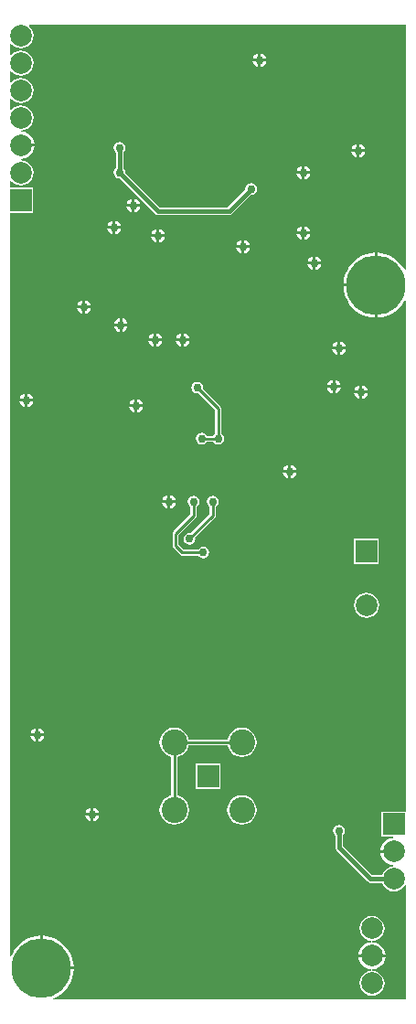
<source format=gbl>
G04*
G04 #@! TF.GenerationSoftware,Altium Limited,Altium Designer,19.1.8 (144)*
G04*
G04 Layer_Physical_Order=2*
G04 Layer_Color=16711680*
%FSLAX25Y25*%
%MOIN*%
G70*
G01*
G75*
%ADD12C,0.01000*%
%ADD13C,0.01500*%
%ADD46R,0.07874X0.07874*%
%ADD47C,0.07874*%
%ADD48R,0.07874X0.07874*%
%ADD49C,0.09449*%
%ADD50C,0.21654*%
%ADD51C,0.03000*%
G36*
X245480Y374674D02*
X244981Y374533D01*
X244098Y375973D01*
X242889Y377389D01*
X241473Y378598D01*
X239886Y379570D01*
X238166Y380283D01*
X236356Y380717D01*
X235000Y380824D01*
Y369000D01*
Y357176D01*
X236356Y357283D01*
X238166Y357717D01*
X239886Y358430D01*
X241473Y359402D01*
X242889Y360611D01*
X244098Y362027D01*
X244981Y363468D01*
X245480Y363327D01*
Y177037D01*
X236463D01*
Y167963D01*
X240841D01*
X240874Y167463D01*
X239711Y167310D01*
X238510Y166813D01*
X237479Y166021D01*
X236687Y164990D01*
X236190Y163789D01*
X236086Y163000D01*
X241000D01*
Y162000D01*
X236086D01*
X236190Y161211D01*
X236687Y160010D01*
X237479Y158979D01*
X238510Y158187D01*
X239711Y157690D01*
X240772Y157550D01*
Y157046D01*
X239816Y156920D01*
X238712Y156463D01*
X237764Y155736D01*
X237037Y154788D01*
X236659Y153876D01*
X233070D01*
X222376Y164570D01*
Y168394D01*
X222514Y168486D01*
X222978Y169181D01*
X223141Y170000D01*
X222978Y170819D01*
X222514Y171514D01*
X221819Y171978D01*
X221000Y172141D01*
X220181Y171978D01*
X219486Y171514D01*
X219022Y170819D01*
X218859Y170000D01*
X219022Y169181D01*
X219486Y168486D01*
X219623Y168394D01*
Y164000D01*
X219728Y163473D01*
X220027Y163027D01*
X231527Y151527D01*
X231527Y151527D01*
X231973Y151228D01*
X232500Y151123D01*
X232500Y151124D01*
X236659D01*
X237037Y150212D01*
X237764Y149264D01*
X238712Y148537D01*
X239816Y148080D01*
X241000Y147924D01*
X242184Y148080D01*
X243288Y148537D01*
X244236Y149264D01*
X244963Y150212D01*
X244981Y150254D01*
X245480Y150154D01*
Y108519D01*
X116995D01*
X116896Y109019D01*
X117886Y109430D01*
X119473Y110402D01*
X120889Y111611D01*
X122098Y113027D01*
X123070Y114614D01*
X123783Y116334D01*
X124217Y118144D01*
X124324Y119500D01*
X112500D01*
Y120000D01*
X112000D01*
Y131824D01*
X110644Y131717D01*
X108834Y131283D01*
X107114Y130570D01*
X105527Y129598D01*
X104111Y128389D01*
X102902Y126973D01*
X101930Y125386D01*
X101520Y124396D01*
X101020Y124495D01*
Y395463D01*
X109537D01*
Y404537D01*
X101020D01*
Y406913D01*
X101520Y407083D01*
X101764Y406764D01*
X102712Y406037D01*
X103816Y405580D01*
X105000Y405424D01*
X106184Y405580D01*
X107288Y406037D01*
X108236Y406764D01*
X108963Y407712D01*
X109420Y408816D01*
X109576Y410000D01*
X109420Y411184D01*
X108963Y412288D01*
X108236Y413236D01*
X107288Y413963D01*
X106184Y414420D01*
X105228Y414546D01*
Y415050D01*
X106289Y415190D01*
X107490Y415688D01*
X108521Y416479D01*
X109312Y417510D01*
X109810Y418711D01*
X109914Y419500D01*
X105000D01*
Y420500D01*
X109914D01*
X109810Y421289D01*
X109312Y422490D01*
X108521Y423521D01*
X107490Y424312D01*
X106289Y424810D01*
X105228Y424950D01*
Y425454D01*
X106184Y425580D01*
X107288Y426037D01*
X108236Y426764D01*
X108963Y427712D01*
X109420Y428816D01*
X109576Y430000D01*
X109420Y431184D01*
X108963Y432288D01*
X108236Y433236D01*
X107288Y433963D01*
X106184Y434420D01*
X105000Y434576D01*
X103816Y434420D01*
X102712Y433963D01*
X101764Y433236D01*
X101520Y432917D01*
X101020Y433087D01*
Y436913D01*
X101520Y437083D01*
X101764Y436764D01*
X102712Y436037D01*
X103816Y435580D01*
X105000Y435424D01*
X106184Y435580D01*
X107288Y436037D01*
X108236Y436764D01*
X108963Y437712D01*
X109420Y438816D01*
X109576Y440000D01*
X109420Y441184D01*
X108963Y442288D01*
X108236Y443236D01*
X107288Y443963D01*
X106184Y444420D01*
X105000Y444576D01*
X103816Y444420D01*
X102712Y443963D01*
X101764Y443236D01*
X101520Y442917D01*
X101020Y443087D01*
Y446913D01*
X101520Y447083D01*
X101764Y446764D01*
X102712Y446037D01*
X103816Y445580D01*
X105000Y445424D01*
X106184Y445580D01*
X107288Y446037D01*
X108236Y446764D01*
X108963Y447712D01*
X109420Y448816D01*
X109576Y450000D01*
X109420Y451184D01*
X108963Y452288D01*
X108236Y453236D01*
X107288Y453963D01*
X106184Y454420D01*
X105000Y454576D01*
X103816Y454420D01*
X102712Y453963D01*
X101764Y453236D01*
X101520Y452917D01*
X101020Y453087D01*
Y456913D01*
X101520Y457083D01*
X101764Y456764D01*
X102712Y456037D01*
X103816Y455580D01*
X105000Y455424D01*
X106184Y455580D01*
X107288Y456037D01*
X108236Y456764D01*
X108963Y457712D01*
X109420Y458816D01*
X109576Y460000D01*
X109420Y461184D01*
X108963Y462288D01*
X108236Y463236D01*
X107917Y463481D01*
X108087Y463980D01*
X245480D01*
Y374674D01*
D02*
G37*
%LPC*%
G36*
X192500Y453449D02*
Y451500D01*
X194449D01*
X194355Y451975D01*
X193802Y452802D01*
X192975Y453355D01*
X192500Y453449D01*
D02*
G37*
G36*
X191500D02*
X191024Y453355D01*
X190198Y452802D01*
X189645Y451975D01*
X189550Y451500D01*
X191500D01*
Y453449D01*
D02*
G37*
G36*
X194449Y450500D02*
X192500D01*
Y448551D01*
X192975Y448645D01*
X193802Y449198D01*
X194355Y450025D01*
X194449Y450500D01*
D02*
G37*
G36*
X191500D02*
X189550D01*
X189645Y450025D01*
X190198Y449198D01*
X191024Y448645D01*
X191500Y448551D01*
Y450500D01*
D02*
G37*
G36*
X228500Y420449D02*
Y418500D01*
X230450D01*
X230355Y418975D01*
X229802Y419802D01*
X228976Y420355D01*
X228500Y420449D01*
D02*
G37*
G36*
X227500D02*
X227025Y420355D01*
X226198Y419802D01*
X225645Y418975D01*
X225551Y418500D01*
X227500D01*
Y420449D01*
D02*
G37*
G36*
X230450Y417500D02*
X228500D01*
Y415551D01*
X228976Y415645D01*
X229802Y416198D01*
X230355Y417025D01*
X230450Y417500D01*
D02*
G37*
G36*
X227500D02*
X225551D01*
X225645Y417025D01*
X226198Y416198D01*
X227025Y415645D01*
X227500Y415551D01*
Y417500D01*
D02*
G37*
G36*
X208500Y412450D02*
Y410500D01*
X210450D01*
X210355Y410976D01*
X209802Y411802D01*
X208976Y412355D01*
X208500Y412450D01*
D02*
G37*
G36*
X207500D02*
X207025Y412355D01*
X206198Y411802D01*
X205645Y410976D01*
X205551Y410500D01*
X207500D01*
Y412450D01*
D02*
G37*
G36*
X210450Y409500D02*
X208500D01*
Y407550D01*
X208976Y407645D01*
X209802Y408198D01*
X210355Y409024D01*
X210450Y409500D01*
D02*
G37*
G36*
X207500D02*
X205551D01*
X205645Y409024D01*
X206198Y408198D01*
X207025Y407645D01*
X207500Y407550D01*
Y409500D01*
D02*
G37*
G36*
X141000Y421141D02*
X140181Y420978D01*
X139486Y420514D01*
X139022Y419819D01*
X138859Y419000D01*
X139022Y418181D01*
X139486Y417486D01*
X139624Y417394D01*
Y411606D01*
X139486Y411514D01*
X139022Y410819D01*
X138859Y410000D01*
X139022Y409181D01*
X139486Y408486D01*
X140181Y408022D01*
X141000Y407859D01*
X141162Y407891D01*
X154027Y395027D01*
X154473Y394728D01*
X155000Y394623D01*
X181000D01*
X181527Y394728D01*
X181973Y395027D01*
X188838Y401891D01*
X189000Y401859D01*
X189819Y402022D01*
X190514Y402486D01*
X190978Y403181D01*
X191141Y404000D01*
X190978Y404819D01*
X190514Y405514D01*
X189819Y405978D01*
X189000Y406141D01*
X188181Y405978D01*
X187486Y405514D01*
X187022Y404819D01*
X186859Y404000D01*
X186891Y403838D01*
X180430Y397376D01*
X155570D01*
X143109Y409838D01*
X143141Y410000D01*
X142978Y410819D01*
X142514Y411514D01*
X142376Y411606D01*
Y417394D01*
X142514Y417486D01*
X142978Y418181D01*
X143141Y419000D01*
X142978Y419819D01*
X142514Y420514D01*
X141819Y420978D01*
X141000Y421141D01*
D02*
G37*
G36*
X146500Y400450D02*
Y398500D01*
X148450D01*
X148355Y398975D01*
X147802Y399802D01*
X146976Y400355D01*
X146500Y400450D01*
D02*
G37*
G36*
X145500D02*
X145025Y400355D01*
X144198Y399802D01*
X143645Y398975D01*
X143551Y398500D01*
X145500D01*
Y400450D01*
D02*
G37*
G36*
X148450Y397500D02*
X146500D01*
Y395550D01*
X146976Y395645D01*
X147802Y396198D01*
X148355Y397024D01*
X148450Y397500D01*
D02*
G37*
G36*
X145500D02*
X143551D01*
X143645Y397024D01*
X144198Y396198D01*
X145025Y395645D01*
X145500Y395550D01*
Y397500D01*
D02*
G37*
G36*
X139500Y392449D02*
Y390500D01*
X141449D01*
X141355Y390975D01*
X140802Y391802D01*
X139976Y392355D01*
X139500Y392449D01*
D02*
G37*
G36*
X138500D02*
X138024Y392355D01*
X137198Y391802D01*
X136645Y390975D01*
X136550Y390500D01*
X138500D01*
Y392449D01*
D02*
G37*
G36*
X208500Y390450D02*
Y388500D01*
X210450D01*
X210355Y388976D01*
X209802Y389802D01*
X208976Y390355D01*
X208500Y390450D01*
D02*
G37*
G36*
X207500D02*
X207025Y390355D01*
X206198Y389802D01*
X205645Y388976D01*
X205551Y388500D01*
X207500D01*
Y390450D01*
D02*
G37*
G36*
X141449Y389500D02*
X139500D01*
Y387550D01*
X139976Y387645D01*
X140802Y388198D01*
X141355Y389024D01*
X141449Y389500D01*
D02*
G37*
G36*
X138500D02*
X136550D01*
X136645Y389024D01*
X137198Y388198D01*
X138024Y387645D01*
X138500Y387550D01*
Y389500D01*
D02*
G37*
G36*
X155500Y389450D02*
Y387500D01*
X157449D01*
X157355Y387976D01*
X156802Y388802D01*
X155975Y389355D01*
X155500Y389450D01*
D02*
G37*
G36*
X154500D02*
X154025Y389355D01*
X153198Y388802D01*
X152645Y387976D01*
X152550Y387500D01*
X154500D01*
Y389450D01*
D02*
G37*
G36*
X210450Y387500D02*
X208500D01*
Y385550D01*
X208976Y385645D01*
X209802Y386198D01*
X210355Y387024D01*
X210450Y387500D01*
D02*
G37*
G36*
X207500D02*
X205551D01*
X205645Y387024D01*
X206198Y386198D01*
X207025Y385645D01*
X207500Y385550D01*
Y387500D01*
D02*
G37*
G36*
X157449Y386500D02*
X155500D01*
Y384550D01*
X155975Y384645D01*
X156802Y385198D01*
X157355Y386024D01*
X157449Y386500D01*
D02*
G37*
G36*
X154500D02*
X152550D01*
X152645Y386024D01*
X153198Y385198D01*
X154025Y384645D01*
X154500Y384550D01*
Y386500D01*
D02*
G37*
G36*
X186500Y385450D02*
Y383500D01*
X188450D01*
X188355Y383976D01*
X187802Y384802D01*
X186976Y385355D01*
X186500Y385450D01*
D02*
G37*
G36*
X185500D02*
X185024Y385355D01*
X184198Y384802D01*
X183645Y383976D01*
X183551Y383500D01*
X185500D01*
Y385450D01*
D02*
G37*
G36*
X188450Y382500D02*
X186500D01*
Y380551D01*
X186976Y380645D01*
X187802Y381198D01*
X188355Y382025D01*
X188450Y382500D01*
D02*
G37*
G36*
X185500D02*
X183551D01*
X183645Y382025D01*
X184198Y381198D01*
X185024Y380645D01*
X185500Y380551D01*
Y382500D01*
D02*
G37*
G36*
X212500Y379450D02*
Y377500D01*
X214450D01*
X214355Y377976D01*
X213802Y378802D01*
X212976Y379355D01*
X212500Y379450D01*
D02*
G37*
G36*
X211500D02*
X211024Y379355D01*
X210198Y378802D01*
X209645Y377976D01*
X209550Y377500D01*
X211500D01*
Y379450D01*
D02*
G37*
G36*
X214450Y376500D02*
X212500D01*
Y374551D01*
X212976Y374645D01*
X213802Y375198D01*
X214355Y376025D01*
X214450Y376500D01*
D02*
G37*
G36*
X211500D02*
X209550D01*
X209645Y376025D01*
X210198Y375198D01*
X211024Y374645D01*
X211500Y374551D01*
Y376500D01*
D02*
G37*
G36*
X234000Y380824D02*
X232644Y380717D01*
X230834Y380283D01*
X229114Y379570D01*
X227527Y378598D01*
X226111Y377389D01*
X224902Y375973D01*
X223930Y374386D01*
X223217Y372666D01*
X222783Y370856D01*
X222676Y369500D01*
X234000D01*
Y380824D01*
D02*
G37*
G36*
X128500Y363450D02*
Y361500D01*
X130449D01*
X130355Y361975D01*
X129802Y362802D01*
X128975Y363355D01*
X128500Y363450D01*
D02*
G37*
G36*
X127500D02*
X127025Y363355D01*
X126198Y362802D01*
X125645Y361975D01*
X125550Y361500D01*
X127500D01*
Y363450D01*
D02*
G37*
G36*
X130449Y360500D02*
X128500D01*
Y358551D01*
X128975Y358645D01*
X129802Y359198D01*
X130355Y360024D01*
X130449Y360500D01*
D02*
G37*
G36*
X127500D02*
X125550D01*
X125645Y360024D01*
X126198Y359198D01*
X127025Y358645D01*
X127500Y358551D01*
Y360500D01*
D02*
G37*
G36*
X234000Y368500D02*
X222676D01*
X222783Y367144D01*
X223217Y365334D01*
X223930Y363614D01*
X224902Y362027D01*
X226111Y360611D01*
X227527Y359402D01*
X229114Y358430D01*
X230834Y357717D01*
X232644Y357283D01*
X234000Y357176D01*
Y368500D01*
D02*
G37*
G36*
X141942Y356891D02*
Y354942D01*
X143891D01*
X143797Y355417D01*
X143244Y356244D01*
X142417Y356797D01*
X141942Y356891D01*
D02*
G37*
G36*
X140942D02*
X140466Y356797D01*
X139639Y356244D01*
X139087Y355417D01*
X138992Y354942D01*
X140942D01*
Y356891D01*
D02*
G37*
G36*
X143891Y353942D02*
X141942D01*
Y351992D01*
X142417Y352087D01*
X143244Y352640D01*
X143797Y353466D01*
X143891Y353942D01*
D02*
G37*
G36*
X140942D02*
X138992D01*
X139087Y353466D01*
X139639Y352640D01*
X140466Y352087D01*
X140942Y351992D01*
Y353942D01*
D02*
G37*
G36*
X164500Y351449D02*
Y349500D01*
X166449D01*
X166355Y349975D01*
X165802Y350802D01*
X164976Y351355D01*
X164500Y351449D01*
D02*
G37*
G36*
X163500D02*
X163024Y351355D01*
X162198Y350802D01*
X161645Y349975D01*
X161550Y349500D01*
X163500D01*
Y351449D01*
D02*
G37*
G36*
X154500D02*
Y349500D01*
X156449D01*
X156355Y349975D01*
X155802Y350802D01*
X154975Y351355D01*
X154500Y351449D01*
D02*
G37*
G36*
X153500D02*
X153024Y351355D01*
X152198Y350802D01*
X151645Y349975D01*
X151550Y349500D01*
X153500D01*
Y351449D01*
D02*
G37*
G36*
X166449Y348500D02*
X164500D01*
Y346550D01*
X164976Y346645D01*
X165802Y347198D01*
X166355Y348025D01*
X166449Y348500D01*
D02*
G37*
G36*
X163500D02*
X161550D01*
X161645Y348025D01*
X162198Y347198D01*
X163024Y346645D01*
X163500Y346550D01*
Y348500D01*
D02*
G37*
G36*
X156449D02*
X154500D01*
Y346550D01*
X154975Y346645D01*
X155802Y347198D01*
X156355Y348025D01*
X156449Y348500D01*
D02*
G37*
G36*
X153500D02*
X151550D01*
X151645Y348025D01*
X152198Y347198D01*
X153024Y346645D01*
X153500Y346550D01*
Y348500D01*
D02*
G37*
G36*
X221500Y348449D02*
Y346500D01*
X223449D01*
X223355Y346975D01*
X222802Y347802D01*
X221975Y348355D01*
X221500Y348449D01*
D02*
G37*
G36*
X220500D02*
X220024Y348355D01*
X219198Y347802D01*
X218645Y346975D01*
X218550Y346500D01*
X220500D01*
Y348449D01*
D02*
G37*
G36*
X223449Y345500D02*
X221500D01*
Y343550D01*
X221975Y343645D01*
X222802Y344198D01*
X223355Y345024D01*
X223449Y345500D01*
D02*
G37*
G36*
X220500D02*
X218550D01*
X218645Y345024D01*
X219198Y344198D01*
X220024Y343645D01*
X220500Y343550D01*
Y345500D01*
D02*
G37*
G36*
X219683Y334450D02*
Y332500D01*
X221633D01*
X221538Y332976D01*
X220986Y333802D01*
X220159Y334355D01*
X219683Y334450D01*
D02*
G37*
G36*
X218683D02*
X218208Y334355D01*
X217381Y333802D01*
X216828Y332976D01*
X216734Y332500D01*
X218683D01*
Y334450D01*
D02*
G37*
G36*
X229500Y332450D02*
Y330500D01*
X231450D01*
X231355Y330976D01*
X230802Y331802D01*
X229976Y332355D01*
X229500Y332450D01*
D02*
G37*
G36*
X228500D02*
X228025Y332355D01*
X227198Y331802D01*
X226645Y330976D01*
X226551Y330500D01*
X228500D01*
Y332450D01*
D02*
G37*
G36*
X221633Y331500D02*
X219683D01*
Y329551D01*
X220159Y329645D01*
X220986Y330198D01*
X221538Y331025D01*
X221633Y331500D01*
D02*
G37*
G36*
X218683D02*
X216734D01*
X216828Y331025D01*
X217381Y330198D01*
X218208Y329645D01*
X218683Y329551D01*
Y331500D01*
D02*
G37*
G36*
X231450Y329500D02*
X229500D01*
Y327551D01*
X229976Y327645D01*
X230802Y328198D01*
X231355Y329025D01*
X231450Y329500D01*
D02*
G37*
G36*
X228500D02*
X226551D01*
X226645Y329025D01*
X227198Y328198D01*
X228025Y327645D01*
X228500Y327551D01*
Y329500D01*
D02*
G37*
G36*
X107500Y329450D02*
Y327500D01*
X109450D01*
X109355Y327976D01*
X108802Y328802D01*
X107975Y329355D01*
X107500Y329450D01*
D02*
G37*
G36*
X106500D02*
X106025Y329355D01*
X105198Y328802D01*
X104645Y327976D01*
X104551Y327500D01*
X106500D01*
Y329450D01*
D02*
G37*
G36*
X147500Y327449D02*
Y325500D01*
X149450D01*
X149355Y325975D01*
X148802Y326802D01*
X147976Y327355D01*
X147500Y327449D01*
D02*
G37*
G36*
X146500D02*
X146025Y327355D01*
X145198Y326802D01*
X144645Y325975D01*
X144551Y325500D01*
X146500D01*
Y327449D01*
D02*
G37*
G36*
X109450Y326500D02*
X107500D01*
Y324551D01*
X107975Y324645D01*
X108802Y325198D01*
X109355Y326025D01*
X109450Y326500D01*
D02*
G37*
G36*
X106500D02*
X104551D01*
X104645Y326025D01*
X105198Y325198D01*
X106025Y324645D01*
X106500Y324551D01*
Y326500D01*
D02*
G37*
G36*
X149450Y324500D02*
X147500D01*
Y322551D01*
X147976Y322645D01*
X148802Y323198D01*
X149355Y324025D01*
X149450Y324500D01*
D02*
G37*
G36*
X146500D02*
X144551D01*
X144645Y324025D01*
X145198Y323198D01*
X146025Y322645D01*
X146500Y322551D01*
Y324500D01*
D02*
G37*
G36*
X169367Y333774D02*
X168547Y333611D01*
X167853Y333147D01*
X167389Y332453D01*
X167226Y331633D01*
X167389Y330814D01*
X167853Y330119D01*
X168547Y329655D01*
X169367Y329492D01*
X169830Y329584D01*
X175878Y323535D01*
Y314776D01*
X175486Y314514D01*
X175224Y314122D01*
X172776D01*
X172514Y314514D01*
X171819Y314978D01*
X171000Y315141D01*
X170181Y314978D01*
X169486Y314514D01*
X169022Y313819D01*
X168859Y313000D01*
X169022Y312181D01*
X169486Y311486D01*
X170181Y311022D01*
X171000Y310859D01*
X171819Y311022D01*
X172514Y311486D01*
X172776Y311878D01*
X175224D01*
X175486Y311486D01*
X176181Y311022D01*
X177000Y310859D01*
X177819Y311022D01*
X178514Y311486D01*
X178978Y312181D01*
X179141Y313000D01*
X178978Y313819D01*
X178514Y314514D01*
X178122Y314776D01*
Y324000D01*
X178122Y324000D01*
X178036Y324429D01*
X177793Y324793D01*
X171416Y331170D01*
X171508Y331633D01*
X171345Y332453D01*
X170881Y333147D01*
X170186Y333611D01*
X169367Y333774D01*
D02*
G37*
G36*
X203500Y303450D02*
Y301500D01*
X205450D01*
X205355Y301975D01*
X204802Y302802D01*
X203976Y303355D01*
X203500Y303450D01*
D02*
G37*
G36*
X202500D02*
X202025Y303355D01*
X201198Y302802D01*
X200645Y301975D01*
X200551Y301500D01*
X202500D01*
Y303450D01*
D02*
G37*
G36*
X205450Y300500D02*
X203500D01*
Y298551D01*
X203976Y298645D01*
X204802Y299198D01*
X205355Y300025D01*
X205450Y300500D01*
D02*
G37*
G36*
X202500D02*
X200551D01*
X200645Y300025D01*
X201198Y299198D01*
X202025Y298645D01*
X202500Y298551D01*
Y300500D01*
D02*
G37*
G36*
X159500Y292449D02*
Y290500D01*
X161450D01*
X161355Y290975D01*
X160802Y291802D01*
X159976Y292355D01*
X159500Y292449D01*
D02*
G37*
G36*
X158500D02*
X158025Y292355D01*
X157198Y291802D01*
X156645Y290975D01*
X156551Y290500D01*
X158500D01*
Y292449D01*
D02*
G37*
G36*
X161450Y289500D02*
X159500D01*
Y287550D01*
X159976Y287645D01*
X160802Y288198D01*
X161355Y289024D01*
X161450Y289500D01*
D02*
G37*
G36*
X158500D02*
X156551D01*
X156645Y289024D01*
X157198Y288198D01*
X158025Y287645D01*
X158500Y287550D01*
Y289500D01*
D02*
G37*
G36*
X175000Y292141D02*
X174181Y291978D01*
X173486Y291514D01*
X173022Y290819D01*
X172859Y290000D01*
X173022Y289181D01*
X173486Y288486D01*
X173878Y288224D01*
Y285465D01*
X166963Y278549D01*
X166500Y278641D01*
X165681Y278478D01*
X164986Y278014D01*
X164522Y277320D01*
X164359Y276500D01*
X164522Y275681D01*
X164986Y274986D01*
X165681Y274522D01*
X166500Y274359D01*
X167319Y274522D01*
X168014Y274986D01*
X168478Y275681D01*
X168641Y276500D01*
X168549Y276963D01*
X175793Y284207D01*
X175793Y284207D01*
X176036Y284571D01*
X176122Y285000D01*
Y288224D01*
X176514Y288486D01*
X176978Y289181D01*
X177141Y290000D01*
X176978Y290819D01*
X176514Y291514D01*
X175819Y291978D01*
X175000Y292141D01*
D02*
G37*
G36*
X168000D02*
X167181Y291978D01*
X166486Y291514D01*
X166022Y290819D01*
X165859Y290000D01*
X166022Y289181D01*
X166486Y288486D01*
X166878Y288224D01*
Y285465D01*
X160621Y279207D01*
X160378Y278843D01*
X160293Y278414D01*
X160293Y278414D01*
Y273929D01*
X160293Y273929D01*
X160378Y273500D01*
X160621Y273136D01*
X163049Y270708D01*
X163049Y270708D01*
X163413Y270465D01*
X163842Y270379D01*
X169725D01*
X169987Y269987D01*
X170682Y269523D01*
X171501Y269360D01*
X172320Y269523D01*
X173015Y269987D01*
X173479Y270682D01*
X173642Y271501D01*
X173479Y272320D01*
X173015Y273015D01*
X172320Y273479D01*
X171501Y273642D01*
X170682Y273479D01*
X169987Y273015D01*
X169725Y272622D01*
X164307D01*
X162536Y274394D01*
Y277950D01*
X168793Y284207D01*
X168793Y284207D01*
X169036Y284571D01*
X169122Y285000D01*
Y288224D01*
X169514Y288486D01*
X169978Y289181D01*
X170141Y290000D01*
X169978Y290819D01*
X169514Y291514D01*
X168819Y291978D01*
X168000Y292141D01*
D02*
G37*
G36*
X235537Y276537D02*
X226463D01*
Y267463D01*
X235537D01*
Y276537D01*
D02*
G37*
G36*
X231000Y256891D02*
X229816Y256735D01*
X228712Y256278D01*
X227764Y255551D01*
X227037Y254603D01*
X226580Y253499D01*
X226424Y252315D01*
X226580Y251131D01*
X227037Y250027D01*
X227764Y249079D01*
X228712Y248352D01*
X229816Y247895D01*
X231000Y247739D01*
X232184Y247895D01*
X233288Y248352D01*
X234236Y249079D01*
X234963Y250027D01*
X235420Y251131D01*
X235576Y252315D01*
X235420Y253499D01*
X234963Y254603D01*
X234236Y255551D01*
X233288Y256278D01*
X232184Y256735D01*
X231000Y256891D01*
D02*
G37*
G36*
X111500Y207450D02*
Y205500D01*
X113450D01*
X113355Y205976D01*
X112802Y206802D01*
X111976Y207355D01*
X111500Y207450D01*
D02*
G37*
G36*
X110500D02*
X110024Y207355D01*
X109198Y206802D01*
X108645Y205976D01*
X108551Y205500D01*
X110500D01*
Y207450D01*
D02*
G37*
G36*
X185573Y207693D02*
X184183Y207510D01*
X182888Y206974D01*
X181775Y206120D01*
X180922Y205008D01*
X180385Y203713D01*
X180350Y203444D01*
X166150D01*
X166114Y203713D01*
X165578Y205008D01*
X164725Y206120D01*
X163612Y206974D01*
X162317Y207510D01*
X160927Y207693D01*
X159537Y207510D01*
X158242Y206974D01*
X157130Y206120D01*
X156276Y205008D01*
X155740Y203713D01*
X155557Y202323D01*
X155740Y200933D01*
X156276Y199638D01*
X157130Y198525D01*
X158242Y197672D01*
X159537Y197135D01*
X159806Y197100D01*
Y182900D01*
X159537Y182864D01*
X158242Y182328D01*
X157130Y181475D01*
X156276Y180362D01*
X155740Y179067D01*
X155557Y177677D01*
X155740Y176287D01*
X156276Y174992D01*
X157130Y173880D01*
X158242Y173026D01*
X159537Y172490D01*
X160927Y172307D01*
X162317Y172490D01*
X163612Y173026D01*
X164725Y173880D01*
X165578Y174992D01*
X166114Y176287D01*
X166297Y177677D01*
X166114Y179067D01*
X165578Y180362D01*
X164725Y181475D01*
X163612Y182328D01*
X162317Y182864D01*
X162049Y182900D01*
Y197100D01*
X162317Y197135D01*
X163612Y197672D01*
X164725Y198525D01*
X165578Y199638D01*
X166114Y200933D01*
X166150Y201201D01*
X180350D01*
X180385Y200933D01*
X180922Y199638D01*
X181775Y198525D01*
X182888Y197672D01*
X184183Y197135D01*
X185573Y196952D01*
X186963Y197135D01*
X188258Y197672D01*
X189370Y198525D01*
X190224Y199638D01*
X190760Y200933D01*
X190943Y202323D01*
X190760Y203713D01*
X190224Y205008D01*
X189370Y206120D01*
X188258Y206974D01*
X186963Y207510D01*
X185573Y207693D01*
D02*
G37*
G36*
X113450Y204500D02*
X111500D01*
Y202551D01*
X111976Y202645D01*
X112802Y203198D01*
X113355Y204025D01*
X113450Y204500D01*
D02*
G37*
G36*
X110500D02*
X108551D01*
X108645Y204025D01*
X109198Y203198D01*
X110024Y202645D01*
X110500Y202551D01*
Y204500D01*
D02*
G37*
G36*
X177787Y194537D02*
X168713D01*
Y185463D01*
X177787D01*
Y194537D01*
D02*
G37*
G36*
X131500Y178449D02*
Y176500D01*
X133449D01*
X133355Y176976D01*
X132802Y177802D01*
X131975Y178355D01*
X131500Y178449D01*
D02*
G37*
G36*
X130500D02*
X130025Y178355D01*
X129198Y177802D01*
X128645Y176976D01*
X128551Y176500D01*
X130500D01*
Y178449D01*
D02*
G37*
G36*
X133449Y175500D02*
X131500D01*
Y173550D01*
X131975Y173645D01*
X132802Y174198D01*
X133355Y175024D01*
X133449Y175500D01*
D02*
G37*
G36*
X130500D02*
X128551D01*
X128645Y175024D01*
X129198Y174198D01*
X130025Y173645D01*
X130500Y173550D01*
Y175500D01*
D02*
G37*
G36*
X185573Y183047D02*
X184183Y182864D01*
X182888Y182328D01*
X181775Y181475D01*
X180922Y180362D01*
X180385Y179067D01*
X180202Y177677D01*
X180385Y176287D01*
X180922Y174992D01*
X181775Y173880D01*
X182888Y173026D01*
X184183Y172490D01*
X185573Y172307D01*
X186963Y172490D01*
X188258Y173026D01*
X189370Y173880D01*
X190224Y174992D01*
X190760Y176287D01*
X190943Y177677D01*
X190760Y179067D01*
X190224Y180362D01*
X189370Y181475D01*
X188258Y182328D01*
X186963Y182864D01*
X185573Y183047D01*
D02*
G37*
G36*
X233000Y139076D02*
X231816Y138920D01*
X230712Y138463D01*
X229764Y137736D01*
X229037Y136788D01*
X228580Y135684D01*
X228424Y134500D01*
X228580Y133316D01*
X229037Y132212D01*
X229764Y131264D01*
X230712Y130537D01*
X231816Y130080D01*
X232731Y129959D01*
X232772Y129954D01*
Y129450D01*
X232731Y129444D01*
X231711Y129310D01*
X230510Y128813D01*
X229479Y128021D01*
X228688Y126990D01*
X228190Y125789D01*
X228086Y125000D01*
X233000D01*
X237914D01*
X237810Y125789D01*
X237313Y126990D01*
X236521Y128021D01*
X235490Y128813D01*
X234289Y129310D01*
X233270Y129444D01*
X233228Y129450D01*
Y129954D01*
X233270Y129959D01*
X234184Y130080D01*
X235288Y130537D01*
X236236Y131264D01*
X236963Y132212D01*
X237420Y133316D01*
X237576Y134500D01*
X237420Y135684D01*
X236963Y136788D01*
X236236Y137736D01*
X235288Y138463D01*
X234184Y138920D01*
X233000Y139076D01*
D02*
G37*
G36*
X113000Y131824D02*
Y120500D01*
X124324D01*
X124217Y121856D01*
X123783Y123666D01*
X123070Y125386D01*
X122098Y126973D01*
X120889Y128389D01*
X119473Y129598D01*
X117886Y130570D01*
X116166Y131283D01*
X114356Y131717D01*
X113000Y131824D01*
D02*
G37*
G36*
X237914Y124000D02*
X233000D01*
X228086D01*
X228190Y123211D01*
X228688Y122010D01*
X229479Y120979D01*
X230510Y120187D01*
X231711Y119690D01*
X232731Y119556D01*
X232772Y119550D01*
Y119046D01*
X232731Y119041D01*
X231816Y118920D01*
X230712Y118463D01*
X229764Y117736D01*
X229037Y116788D01*
X228580Y115684D01*
X228424Y114500D01*
X228580Y113316D01*
X229037Y112212D01*
X229764Y111264D01*
X230712Y110537D01*
X231816Y110080D01*
X233000Y109924D01*
X234184Y110080D01*
X235288Y110537D01*
X236236Y111264D01*
X236963Y112212D01*
X237420Y113316D01*
X237576Y114500D01*
X237420Y115684D01*
X236963Y116788D01*
X236236Y117736D01*
X235288Y118463D01*
X234184Y118920D01*
X233270Y119041D01*
X233228Y119046D01*
Y119550D01*
X233270Y119556D01*
X234289Y119690D01*
X235490Y120187D01*
X236521Y120979D01*
X237313Y122010D01*
X237810Y123211D01*
X237914Y124000D01*
D02*
G37*
%LPD*%
D12*
X177000Y313000D02*
Y324000D01*
X169367Y331633D02*
X177000Y324000D01*
X171000Y313000D02*
X177000D01*
X160927Y202323D02*
X185573D01*
X160927Y177677D02*
Y202323D01*
X161414Y273929D02*
Y278414D01*
Y273929D02*
X163842Y271501D01*
X161414Y278414D02*
X168000Y285000D01*
X163842Y271501D02*
X171501D01*
X175000Y285000D02*
Y290000D01*
X166500Y276500D02*
X175000Y285000D01*
X168000Y285000D02*
Y290000D01*
D13*
X141000Y410000D02*
Y419000D01*
X181000Y396000D02*
X189000Y404000D01*
X155000Y396000D02*
X181000D01*
X141000Y410000D02*
X155000Y396000D01*
X232500Y152500D02*
X241000D01*
X221000Y164000D02*
X232500Y152500D01*
X221000Y164000D02*
Y170000D01*
D46*
X231000Y272000D02*
D03*
X241000Y172500D02*
D03*
X105000Y400000D02*
D03*
D47*
X231000Y252315D02*
D03*
X241000Y162500D02*
D03*
Y152500D02*
D03*
X105000Y450000D02*
D03*
Y430000D02*
D03*
Y440000D02*
D03*
Y420000D02*
D03*
Y410000D02*
D03*
Y460000D02*
D03*
X233000Y114500D02*
D03*
Y124500D02*
D03*
Y134500D02*
D03*
D48*
X173250Y190000D02*
D03*
D49*
X160927Y202323D02*
D03*
X185573D02*
D03*
Y177677D02*
D03*
X160927D02*
D03*
D50*
X234500Y369000D02*
D03*
X112500Y120000D02*
D03*
D51*
X186000Y383000D02*
D03*
X164000Y349000D02*
D03*
X154000D02*
D03*
X141000Y419000D02*
D03*
X189000Y404000D02*
D03*
X221000Y170000D02*
D03*
X192000Y451000D02*
D03*
X141000Y410000D02*
D03*
X146000Y398000D02*
D03*
X141442Y354442D02*
D03*
X228000Y418000D02*
D03*
X208000Y410000D02*
D03*
Y388000D02*
D03*
X212000Y377000D02*
D03*
X229000Y330000D02*
D03*
X203000Y301000D02*
D03*
X128000Y361000D02*
D03*
X139000Y390000D02*
D03*
X155000Y387000D02*
D03*
X107000Y327000D02*
D03*
X177000Y313000D02*
D03*
X169367Y331633D02*
D03*
X171000Y313000D02*
D03*
X219183Y332000D02*
D03*
X221000Y346000D02*
D03*
X111000Y205000D02*
D03*
X131000Y176000D02*
D03*
X166500Y276500D02*
D03*
X171501Y271501D02*
D03*
X159000Y290000D02*
D03*
X175000D02*
D03*
X168000D02*
D03*
X147000Y325000D02*
D03*
M02*

</source>
